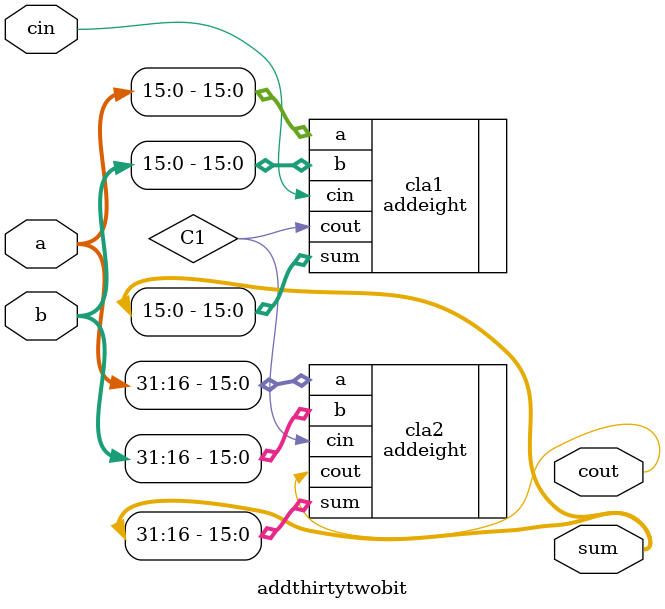
<source format=v>
`timescale 1ns / 1ps


module addthirtytwobit(a,b, cin, sum,cout);
input [31:0] a,b;
input cin;
output [31:0] sum;
output cout;
wire C1;
addeight cla1 (.a(a[15:0]), .b(b[15:0]), .cin(cin), .sum(sum[15:0]), .cout(C1));
addeight cla2 (.a(a[31:16]), .b(b[31:16]), .cin(C1), .sum(sum[31:16]), .cout(cout));


    
endmodule

</source>
